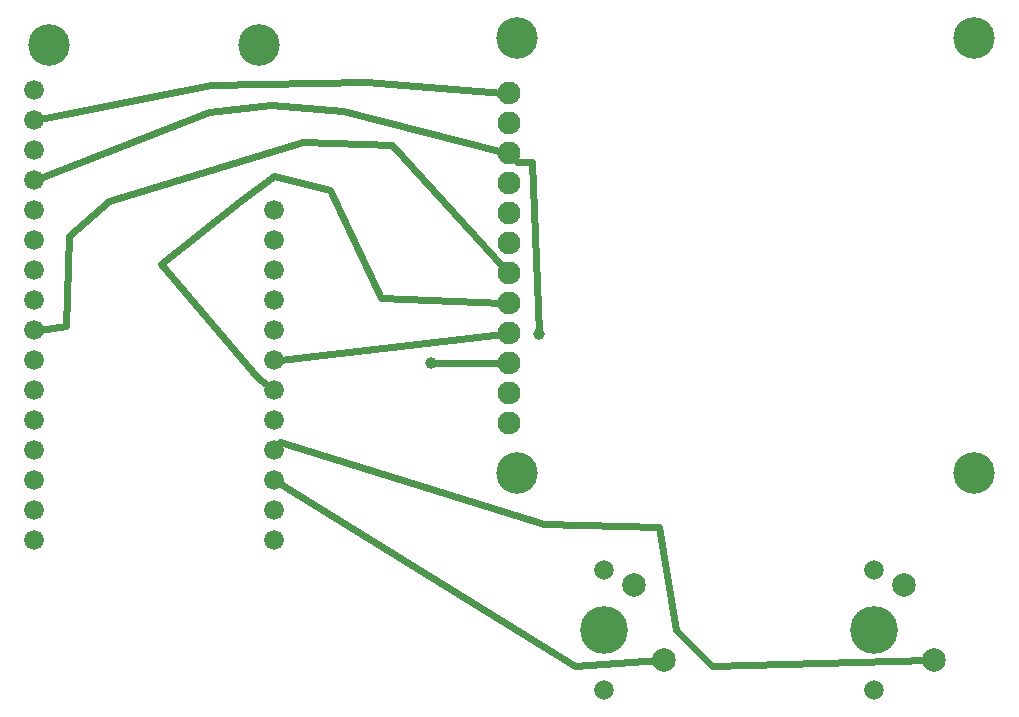
<source format=gtl>
G04 MADE WITH FRITZING*
G04 WWW.FRITZING.ORG*
G04 DOUBLE SIDED*
G04 HOLES PLATED*
G04 CONTOUR ON CENTER OF CONTOUR VECTOR*
%ASAXBY*%
%FSLAX23Y23*%
%MOIN*%
%OFA0B0*%
%SFA1.0B1.0*%
%ADD10C,0.066000*%
%ADD11C,0.138425*%
%ADD12C,0.076000*%
%ADD13C,0.078639*%
%ADD14C,0.158908*%
%ADD15C,0.065278*%
%ADD16C,0.039370*%
%ADD17C,0.024000*%
%LNCOPPER1*%
G90*
G70*
G54D10*
X153Y2034D03*
X153Y1934D03*
X153Y2134D03*
X153Y2234D03*
X153Y2334D03*
X953Y1934D03*
X953Y1834D03*
X953Y1734D03*
X953Y1634D03*
X953Y1534D03*
X953Y1434D03*
X953Y1334D03*
X953Y1234D03*
X953Y1134D03*
X953Y1034D03*
X953Y934D03*
X953Y834D03*
X153Y1734D03*
G54D11*
X903Y2484D03*
X203Y2484D03*
G54D10*
X153Y1534D03*
X153Y1834D03*
X153Y1334D03*
X153Y1634D03*
X153Y1134D03*
X153Y1434D03*
X153Y934D03*
X153Y1234D03*
X153Y1034D03*
X153Y834D03*
G54D12*
X1736Y2223D03*
G54D11*
X3286Y1058D03*
G54D12*
X1736Y1423D03*
X1736Y2123D03*
X1736Y1223D03*
X1736Y2023D03*
G54D11*
X1761Y1058D03*
G54D12*
X1736Y1923D03*
X1736Y1323D03*
X1736Y1823D03*
G54D11*
X3286Y2508D03*
G54D12*
X1736Y1723D03*
G54D11*
X1761Y2508D03*
G54D12*
X1736Y1623D03*
X1736Y1523D03*
X1736Y2323D03*
G54D13*
X3053Y683D03*
X3153Y434D03*
G54D14*
X2953Y533D03*
G54D15*
X2953Y733D03*
X2953Y334D03*
G54D13*
X2153Y683D03*
X2253Y434D03*
G54D14*
X2053Y533D03*
G54D15*
X2053Y733D03*
X2053Y334D03*
G54D16*
X1476Y1424D03*
X1836Y1520D03*
G54D17*
X1717Y2324D02*
X1260Y2360D01*
X1260Y2360D02*
X744Y2350D01*
D02*
X744Y2350D02*
X172Y2237D01*
D02*
X1717Y1623D02*
X1308Y1640D01*
X1308Y1640D02*
X1140Y2000D01*
D02*
X954Y2048D02*
X835Y1960D01*
D02*
X1140Y2000D02*
X954Y2048D01*
D02*
X835Y1960D02*
X575Y1755D01*
D02*
X575Y1755D02*
X900Y1376D01*
X900Y1376D02*
X938Y1346D01*
D02*
X260Y1548D02*
X268Y1847D01*
D02*
X268Y1847D02*
X404Y1963D01*
D02*
X173Y1536D02*
X260Y1548D01*
D02*
X404Y1963D02*
X1049Y2162D01*
D02*
X1049Y2162D02*
X1345Y2151D01*
D02*
X1345Y2151D02*
X1723Y1737D01*
D02*
X736Y2261D02*
X943Y2284D01*
D02*
X943Y2284D02*
X1184Y2264D01*
D02*
X1184Y2264D02*
X1717Y2127D01*
D02*
X171Y2041D02*
X736Y2261D01*
D02*
X1717Y1520D02*
X973Y1436D01*
D02*
X1717Y1423D02*
X1484Y1424D01*
D02*
X2235Y433D02*
X1956Y416D01*
X1956Y416D02*
X970Y1023D01*
D02*
X3135Y433D02*
X2412Y416D01*
X2412Y416D02*
X2292Y536D01*
D02*
X2235Y878D02*
X1854Y889D01*
D02*
X1854Y889D02*
X972Y1160D01*
D02*
X2292Y536D02*
X2235Y878D01*
D02*
X972Y1160D02*
X965Y1150D01*
D02*
X1836Y1528D02*
X1812Y2096D01*
X1812Y2096D02*
X1764Y2096D01*
X1764Y2096D02*
X1750Y2109D01*
G04 End of Copper1*
M02*
</source>
